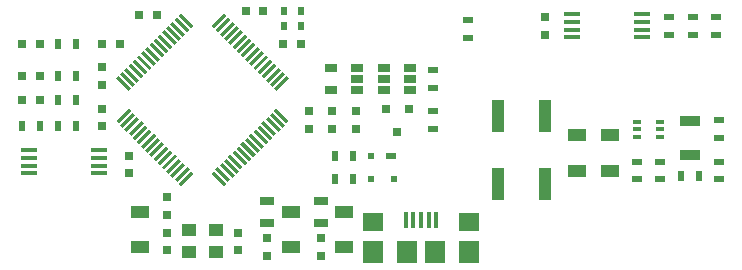
<source format=gtp>
G04 #@! TF.FileFunction,Paste,Top*
%FSLAX46Y46*%
G04 Gerber Fmt 4.6, Leading zero omitted, Abs format (unit mm)*
G04 Created by KiCad (PCBNEW 4.0.0-stable) date Wednesday, July 20, 2016 'PMt' 02:43:05 PM*
%MOMM*%
G01*
G04 APERTURE LIST*
%ADD10C,0.100000*%
%ADD11R,0.900000X0.600000*%
%ADD12R,0.500000X0.600000*%
%ADD13R,1.450000X0.450000*%
%ADD14R,1.300000X0.700000*%
%ADD15R,1.000000X2.750000*%
%ADD16R,0.500000X0.900000*%
%ADD17R,0.600000X0.700000*%
%ADD18R,0.750000X0.800000*%
%ADD19R,0.900000X0.500000*%
%ADD20R,1.060000X0.650000*%
%ADD21R,0.797560X0.797560*%
%ADD22R,0.800100X0.800100*%
%ADD23R,1.300000X1.050000*%
%ADD24R,0.749300X0.398780*%
%ADD25R,1.700000X0.900000*%
%ADD26R,0.800000X0.750000*%
%ADD27R,0.400000X1.350000*%
%ADD28R,1.800000X1.900000*%
%ADD29R,1.800000X1.600000*%
%ADD30R,1.600000X1.000000*%
G04 APERTURE END LIST*
D10*
G36*
X18515254Y7393577D02*
X18303122Y7181445D01*
X17242462Y8242105D01*
X17454594Y8454237D01*
X18515254Y7393577D01*
X18515254Y7393577D01*
G37*
G36*
X18868808Y7747130D02*
X18656676Y7534998D01*
X17596016Y8595658D01*
X17808148Y8807790D01*
X18868808Y7747130D01*
X18868808Y7747130D01*
G37*
G36*
X19222361Y8100684D02*
X19010229Y7888552D01*
X17949569Y8949212D01*
X18161701Y9161344D01*
X19222361Y8100684D01*
X19222361Y8100684D01*
G37*
G36*
X19575914Y8454237D02*
X19363782Y8242105D01*
X18303122Y9302765D01*
X18515254Y9514897D01*
X19575914Y8454237D01*
X19575914Y8454237D01*
G37*
G36*
X19929468Y8807790D02*
X19717336Y8595658D01*
X18656676Y9656318D01*
X18868808Y9868450D01*
X19929468Y8807790D01*
X19929468Y8807790D01*
G37*
G36*
X20283021Y9161344D02*
X20070889Y8949212D01*
X19010229Y10009872D01*
X19222361Y10222004D01*
X20283021Y9161344D01*
X20283021Y9161344D01*
G37*
G36*
X20636575Y9514897D02*
X20424443Y9302765D01*
X19363783Y10363425D01*
X19575915Y10575557D01*
X20636575Y9514897D01*
X20636575Y9514897D01*
G37*
G36*
X20990128Y9868451D02*
X20777996Y9656319D01*
X19717336Y10716979D01*
X19929468Y10929111D01*
X20990128Y9868451D01*
X20990128Y9868451D01*
G37*
G36*
X21343681Y10222004D02*
X21131549Y10009872D01*
X20070889Y11070532D01*
X20283021Y11282664D01*
X21343681Y10222004D01*
X21343681Y10222004D01*
G37*
G36*
X21697235Y10575557D02*
X21485103Y10363425D01*
X20424443Y11424085D01*
X20636575Y11636217D01*
X21697235Y10575557D01*
X21697235Y10575557D01*
G37*
G36*
X22050788Y10929111D02*
X21838656Y10716979D01*
X20777996Y11777639D01*
X20990128Y11989771D01*
X22050788Y10929111D01*
X22050788Y10929111D01*
G37*
G36*
X22404342Y11282664D02*
X22192210Y11070532D01*
X21131550Y12131192D01*
X21343682Y12343324D01*
X22404342Y11282664D01*
X22404342Y11282664D01*
G37*
G36*
X22757895Y11636218D02*
X22545763Y11424086D01*
X21485103Y12484746D01*
X21697235Y12696878D01*
X22757895Y11636218D01*
X22757895Y11636218D01*
G37*
G36*
X23111448Y11989771D02*
X22899316Y11777639D01*
X21838656Y12838299D01*
X22050788Y13050431D01*
X23111448Y11989771D01*
X23111448Y11989771D01*
G37*
G36*
X23465002Y12343324D02*
X23252870Y12131192D01*
X22192210Y13191852D01*
X22404342Y13403984D01*
X23465002Y12343324D01*
X23465002Y12343324D01*
G37*
G36*
X23818555Y12696878D02*
X23606423Y12484746D01*
X22545763Y13545406D01*
X22757895Y13757538D01*
X23818555Y12696878D01*
X23818555Y12696878D01*
G37*
G36*
X23606423Y16515254D02*
X23818555Y16303122D01*
X22757895Y15242462D01*
X22545763Y15454594D01*
X23606423Y16515254D01*
X23606423Y16515254D01*
G37*
G36*
X23252870Y16868808D02*
X23465002Y16656676D01*
X22404342Y15596016D01*
X22192210Y15808148D01*
X23252870Y16868808D01*
X23252870Y16868808D01*
G37*
G36*
X22899316Y17222361D02*
X23111448Y17010229D01*
X22050788Y15949569D01*
X21838656Y16161701D01*
X22899316Y17222361D01*
X22899316Y17222361D01*
G37*
G36*
X22545763Y17575914D02*
X22757895Y17363782D01*
X21697235Y16303122D01*
X21485103Y16515254D01*
X22545763Y17575914D01*
X22545763Y17575914D01*
G37*
G36*
X22192210Y17929468D02*
X22404342Y17717336D01*
X21343682Y16656676D01*
X21131550Y16868808D01*
X22192210Y17929468D01*
X22192210Y17929468D01*
G37*
G36*
X21838656Y18283021D02*
X22050788Y18070889D01*
X20990128Y17010229D01*
X20777996Y17222361D01*
X21838656Y18283021D01*
X21838656Y18283021D01*
G37*
G36*
X21485103Y18636575D02*
X21697235Y18424443D01*
X20636575Y17363783D01*
X20424443Y17575915D01*
X21485103Y18636575D01*
X21485103Y18636575D01*
G37*
G36*
X21131549Y18990128D02*
X21343681Y18777996D01*
X20283021Y17717336D01*
X20070889Y17929468D01*
X21131549Y18990128D01*
X21131549Y18990128D01*
G37*
G36*
X20777996Y19343681D02*
X20990128Y19131549D01*
X19929468Y18070889D01*
X19717336Y18283021D01*
X20777996Y19343681D01*
X20777996Y19343681D01*
G37*
G36*
X20424443Y19697235D02*
X20636575Y19485103D01*
X19575915Y18424443D01*
X19363783Y18636575D01*
X20424443Y19697235D01*
X20424443Y19697235D01*
G37*
G36*
X20070889Y20050788D02*
X20283021Y19838656D01*
X19222361Y18777996D01*
X19010229Y18990128D01*
X20070889Y20050788D01*
X20070889Y20050788D01*
G37*
G36*
X19717336Y20404342D02*
X19929468Y20192210D01*
X18868808Y19131550D01*
X18656676Y19343682D01*
X19717336Y20404342D01*
X19717336Y20404342D01*
G37*
G36*
X19363782Y20757895D02*
X19575914Y20545763D01*
X18515254Y19485103D01*
X18303122Y19697235D01*
X19363782Y20757895D01*
X19363782Y20757895D01*
G37*
G36*
X19010229Y21111448D02*
X19222361Y20899316D01*
X18161701Y19838656D01*
X17949569Y20050788D01*
X19010229Y21111448D01*
X19010229Y21111448D01*
G37*
G36*
X18656676Y21465002D02*
X18868808Y21252870D01*
X17808148Y20192210D01*
X17596016Y20404342D01*
X18656676Y21465002D01*
X18656676Y21465002D01*
G37*
G36*
X18303122Y21818555D02*
X18515254Y21606423D01*
X17454594Y20545763D01*
X17242462Y20757895D01*
X18303122Y21818555D01*
X18303122Y21818555D01*
G37*
G36*
X15757538Y20757895D02*
X15545406Y20545763D01*
X14484746Y21606423D01*
X14696878Y21818555D01*
X15757538Y20757895D01*
X15757538Y20757895D01*
G37*
G36*
X15403984Y20404342D02*
X15191852Y20192210D01*
X14131192Y21252870D01*
X14343324Y21465002D01*
X15403984Y20404342D01*
X15403984Y20404342D01*
G37*
G36*
X15050431Y20050788D02*
X14838299Y19838656D01*
X13777639Y20899316D01*
X13989771Y21111448D01*
X15050431Y20050788D01*
X15050431Y20050788D01*
G37*
G36*
X14696878Y19697235D02*
X14484746Y19485103D01*
X13424086Y20545763D01*
X13636218Y20757895D01*
X14696878Y19697235D01*
X14696878Y19697235D01*
G37*
G36*
X14343324Y19343682D02*
X14131192Y19131550D01*
X13070532Y20192210D01*
X13282664Y20404342D01*
X14343324Y19343682D01*
X14343324Y19343682D01*
G37*
G36*
X13989771Y18990128D02*
X13777639Y18777996D01*
X12716979Y19838656D01*
X12929111Y20050788D01*
X13989771Y18990128D01*
X13989771Y18990128D01*
G37*
G36*
X13636217Y18636575D02*
X13424085Y18424443D01*
X12363425Y19485103D01*
X12575557Y19697235D01*
X13636217Y18636575D01*
X13636217Y18636575D01*
G37*
G36*
X13282664Y18283021D02*
X13070532Y18070889D01*
X12009872Y19131549D01*
X12222004Y19343681D01*
X13282664Y18283021D01*
X13282664Y18283021D01*
G37*
G36*
X12929111Y17929468D02*
X12716979Y17717336D01*
X11656319Y18777996D01*
X11868451Y18990128D01*
X12929111Y17929468D01*
X12929111Y17929468D01*
G37*
G36*
X12575557Y17575915D02*
X12363425Y17363783D01*
X11302765Y18424443D01*
X11514897Y18636575D01*
X12575557Y17575915D01*
X12575557Y17575915D01*
G37*
G36*
X12222004Y17222361D02*
X12009872Y17010229D01*
X10949212Y18070889D01*
X11161344Y18283021D01*
X12222004Y17222361D01*
X12222004Y17222361D01*
G37*
G36*
X11868450Y16868808D02*
X11656318Y16656676D01*
X10595658Y17717336D01*
X10807790Y17929468D01*
X11868450Y16868808D01*
X11868450Y16868808D01*
G37*
G36*
X11514897Y16515254D02*
X11302765Y16303122D01*
X10242105Y17363782D01*
X10454237Y17575914D01*
X11514897Y16515254D01*
X11514897Y16515254D01*
G37*
G36*
X11161344Y16161701D02*
X10949212Y15949569D01*
X9888552Y17010229D01*
X10100684Y17222361D01*
X11161344Y16161701D01*
X11161344Y16161701D01*
G37*
G36*
X10807790Y15808148D02*
X10595658Y15596016D01*
X9534998Y16656676D01*
X9747130Y16868808D01*
X10807790Y15808148D01*
X10807790Y15808148D01*
G37*
G36*
X10454237Y15454594D02*
X10242105Y15242462D01*
X9181445Y16303122D01*
X9393577Y16515254D01*
X10454237Y15454594D01*
X10454237Y15454594D01*
G37*
G36*
X10242105Y13757538D02*
X10454237Y13545406D01*
X9393577Y12484746D01*
X9181445Y12696878D01*
X10242105Y13757538D01*
X10242105Y13757538D01*
G37*
G36*
X10595658Y13403984D02*
X10807790Y13191852D01*
X9747130Y12131192D01*
X9534998Y12343324D01*
X10595658Y13403984D01*
X10595658Y13403984D01*
G37*
G36*
X10949212Y13050431D02*
X11161344Y12838299D01*
X10100684Y11777639D01*
X9888552Y11989771D01*
X10949212Y13050431D01*
X10949212Y13050431D01*
G37*
G36*
X11302765Y12696878D02*
X11514897Y12484746D01*
X10454237Y11424086D01*
X10242105Y11636218D01*
X11302765Y12696878D01*
X11302765Y12696878D01*
G37*
G36*
X11656318Y12343324D02*
X11868450Y12131192D01*
X10807790Y11070532D01*
X10595658Y11282664D01*
X11656318Y12343324D01*
X11656318Y12343324D01*
G37*
G36*
X12009872Y11989771D02*
X12222004Y11777639D01*
X11161344Y10716979D01*
X10949212Y10929111D01*
X12009872Y11989771D01*
X12009872Y11989771D01*
G37*
G36*
X12363425Y11636217D02*
X12575557Y11424085D01*
X11514897Y10363425D01*
X11302765Y10575557D01*
X12363425Y11636217D01*
X12363425Y11636217D01*
G37*
G36*
X12716979Y11282664D02*
X12929111Y11070532D01*
X11868451Y10009872D01*
X11656319Y10222004D01*
X12716979Y11282664D01*
X12716979Y11282664D01*
G37*
G36*
X13070532Y10929111D02*
X13282664Y10716979D01*
X12222004Y9656319D01*
X12009872Y9868451D01*
X13070532Y10929111D01*
X13070532Y10929111D01*
G37*
G36*
X13424085Y10575557D02*
X13636217Y10363425D01*
X12575557Y9302765D01*
X12363425Y9514897D01*
X13424085Y10575557D01*
X13424085Y10575557D01*
G37*
G36*
X13777639Y10222004D02*
X13989771Y10009872D01*
X12929111Y8949212D01*
X12716979Y9161344D01*
X13777639Y10222004D01*
X13777639Y10222004D01*
G37*
G36*
X14131192Y9868450D02*
X14343324Y9656318D01*
X13282664Y8595658D01*
X13070532Y8807790D01*
X14131192Y9868450D01*
X14131192Y9868450D01*
G37*
G36*
X14484746Y9514897D02*
X14696878Y9302765D01*
X13636218Y8242105D01*
X13424086Y8454237D01*
X14484746Y9514897D01*
X14484746Y9514897D01*
G37*
G36*
X14838299Y9161344D02*
X15050431Y8949212D01*
X13989771Y7888552D01*
X13777639Y8100684D01*
X14838299Y9161344D01*
X14838299Y9161344D01*
G37*
G36*
X15191852Y8807790D02*
X15403984Y8595658D01*
X14343324Y7534998D01*
X14131192Y7747130D01*
X15191852Y8807790D01*
X15191852Y8807790D01*
G37*
G36*
X15545406Y8454237D02*
X15757538Y8242105D01*
X14696878Y7181445D01*
X14484746Y7393577D01*
X15545406Y8454237D01*
X15545406Y8454237D01*
G37*
D11*
X32500000Y9750000D03*
D12*
X30800000Y9750000D03*
X30800000Y7750000D03*
X32700000Y7750000D03*
D13*
X7700000Y8275000D03*
X7700000Y8925000D03*
X7700000Y9575000D03*
X7700000Y10225000D03*
X1800000Y10225000D03*
X1800000Y9575000D03*
X1800000Y8925000D03*
X1800000Y8275000D03*
D14*
X26500000Y5950000D03*
X26500000Y4050000D03*
X22000000Y5950000D03*
X22000000Y4050000D03*
D15*
X41500000Y13125000D03*
X41500000Y7375000D03*
X45500000Y7375000D03*
X45500000Y13125000D03*
D16*
X58500000Y8000000D03*
X57000000Y8000000D03*
D17*
X24800000Y22000000D03*
X23400000Y22000000D03*
X24800000Y20700000D03*
X23400000Y20700000D03*
D18*
X45500000Y21500000D03*
X45500000Y20000000D03*
D19*
X58000000Y21500000D03*
X58000000Y20000000D03*
X60000000Y21500000D03*
X60000000Y20000000D03*
X56000000Y21500000D03*
X56000000Y20000000D03*
D20*
X29600000Y15300000D03*
X29600000Y16250000D03*
X29600000Y17200000D03*
X27400000Y17200000D03*
X27400000Y15300000D03*
D18*
X27500000Y13500000D03*
X27500000Y12000000D03*
X29500000Y13500000D03*
X29500000Y12000000D03*
D16*
X4250000Y19250000D03*
X5750000Y19250000D03*
D21*
X1250700Y19250000D03*
X2749300Y19250000D03*
D19*
X36000000Y13500000D03*
X36000000Y12000000D03*
X36000000Y15500000D03*
X36000000Y17000000D03*
D20*
X31900000Y17200000D03*
X31900000Y16250000D03*
X31900000Y15300000D03*
X34100000Y15300000D03*
X34100000Y17200000D03*
X34100000Y16250000D03*
D22*
X33950000Y13750760D03*
X32050000Y13750760D03*
X33000000Y11751780D03*
D23*
X15350000Y1575000D03*
X17650000Y1575000D03*
X17650000Y3425000D03*
X15350000Y3425000D03*
D24*
X55199960Y11349760D03*
X55199960Y12000000D03*
X55199960Y12650240D03*
X53300040Y12650240D03*
X53300040Y12000000D03*
X53300040Y11349760D03*
D16*
X27750000Y7750000D03*
X29250000Y7750000D03*
X4250000Y14500000D03*
X5750000Y14500000D03*
X4250000Y16500000D03*
X5750000Y16500000D03*
D19*
X60250000Y12750000D03*
X60250000Y11250000D03*
D25*
X57750000Y12700000D03*
X57750000Y9800000D03*
D19*
X60250000Y9250000D03*
X60250000Y7750000D03*
X39000000Y21250000D03*
X39000000Y19750000D03*
X55250000Y9250000D03*
X55250000Y7750000D03*
X53250000Y7750000D03*
X53250000Y9250000D03*
D16*
X4250000Y12250000D03*
X5750000Y12250000D03*
X1250000Y12250000D03*
X2750000Y12250000D03*
D21*
X1250700Y14500000D03*
X2749300Y14500000D03*
X1250700Y16500000D03*
X2749300Y16500000D03*
D18*
X19500000Y3250000D03*
X19500000Y1750000D03*
X22000000Y2750000D03*
X22000000Y1250000D03*
X13500000Y1750000D03*
X13500000Y3250000D03*
X8000000Y15750000D03*
X8000000Y17250000D03*
X26500000Y2750000D03*
X26500000Y1250000D03*
X8000000Y12250000D03*
X8000000Y13750000D03*
X10250000Y9750000D03*
X10250000Y8250000D03*
D26*
X8000000Y19250000D03*
X9500000Y19250000D03*
D18*
X13500000Y6250000D03*
X13500000Y4750000D03*
D26*
X20150000Y22000000D03*
X21650000Y22000000D03*
X12650000Y21700000D03*
X11150000Y21700000D03*
X23350000Y19200000D03*
X24850000Y19200000D03*
D18*
X25500000Y12000000D03*
X25500000Y13500000D03*
D16*
X27750000Y9750000D03*
X29250000Y9750000D03*
D13*
X47800000Y21725000D03*
X47800000Y21075000D03*
X47800000Y20425000D03*
X47800000Y19775000D03*
X53700000Y19775000D03*
X53700000Y20425000D03*
X53700000Y21075000D03*
X53700000Y21725000D03*
D27*
X33699100Y4285389D03*
X34349100Y4285389D03*
X34999100Y4285389D03*
X35649100Y4285389D03*
X36299100Y4285389D03*
D28*
X30950000Y1572849D03*
X33800000Y1572849D03*
X36200000Y1572849D03*
X39050000Y1572849D03*
D29*
X39050000Y4122849D03*
X30950000Y4122849D03*
D30*
X51000000Y11500000D03*
X51000000Y8500000D03*
X48250000Y11500000D03*
X48250000Y8500000D03*
X28500000Y5000000D03*
X28500000Y2000000D03*
X11250000Y5000000D03*
X11250000Y2000000D03*
X24000000Y5000000D03*
X24000000Y2000000D03*
M02*

</source>
